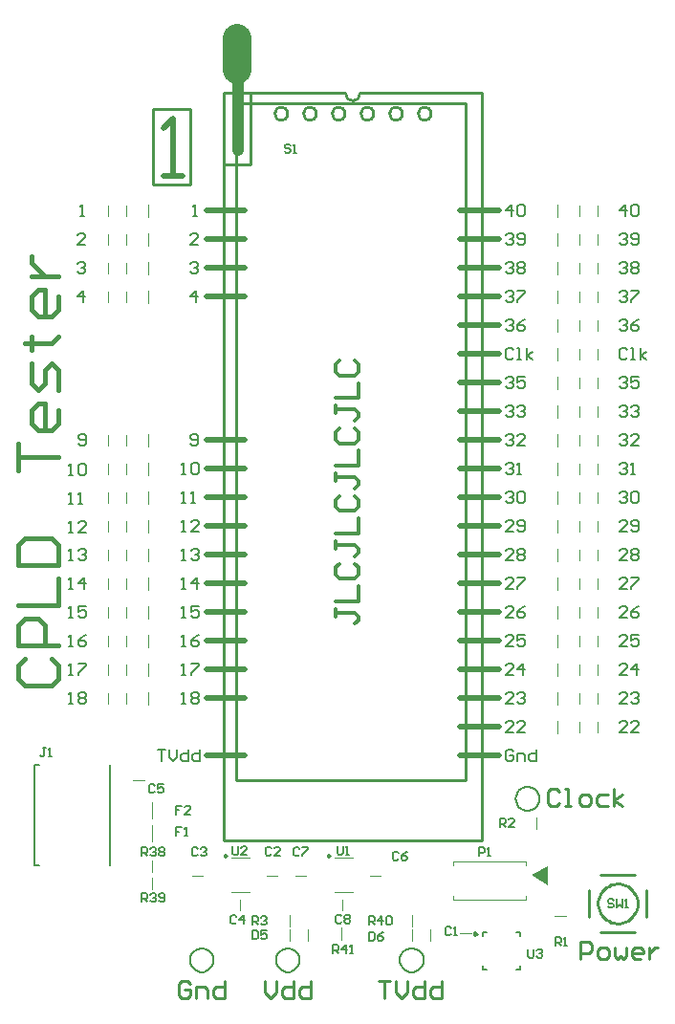
<source format=gto>
G04*
G04 #@! TF.GenerationSoftware,Altium Limited,Altium Designer,19.1.8 (144)*
G04*
G04 Layer_Color=65535*
%FSLAX25Y25*%
%MOIN*%
G70*
G01*
G75*
%ADD10C,0.01000*%
%ADD11C,0.00984*%
%ADD12C,0.00800*%
%ADD13C,0.03937*%
%ADD14C,0.10000*%
%ADD15C,0.00394*%
%ADD16C,0.00787*%
%ADD17C,0.02000*%
%ADD18C,0.00787*%
%ADD19C,0.00500*%
%ADD20C,0.01181*%
%ADD21C,0.01500*%
G36*
X358128Y213437D02*
Y206937D01*
X352628Y210437D01*
X358128Y213437D01*
D02*
G37*
D10*
X287500Y483000D02*
X287690Y482043D01*
X288232Y481232D01*
X289043Y480690D01*
X290000Y480500D01*
X290957Y480690D01*
X291768Y481232D01*
X292310Y482043D01*
X292500Y483000D01*
X389390Y200500D02*
X389316Y201503D01*
X389098Y202485D01*
X388738Y203424D01*
X388246Y204302D01*
X387631Y205098D01*
X386907Y205796D01*
X386089Y206381D01*
X385195Y206841D01*
X384243Y207166D01*
X383254Y207348D01*
X382248Y207385D01*
X381249Y207275D01*
X380275Y207021D01*
X379350Y206627D01*
X378491Y206103D01*
X377718Y205460D01*
X377047Y204711D01*
X376492Y203872D01*
X376065Y202961D01*
X375775Y201998D01*
X375629Y201003D01*
Y199997D01*
X375775Y199002D01*
X376065Y198039D01*
X376492Y197128D01*
X377047Y196289D01*
X377718Y195540D01*
X378491Y194897D01*
X379350Y194373D01*
X380275Y193979D01*
X381249Y193725D01*
X382248Y193615D01*
X383254Y193652D01*
X384243Y193834D01*
X385195Y194159D01*
X386089Y194619D01*
X386907Y195204D01*
X387631Y195902D01*
X388246Y196698D01*
X388738Y197576D01*
X389098Y198515D01*
X389316Y199497D01*
X389390Y200500D01*
X267236Y476000D02*
X267015Y476970D01*
X266394Y477748D01*
X265498Y478180D01*
X264502D01*
X263606Y477748D01*
X262985Y476970D01*
X262764Y476000D01*
X262985Y475030D01*
X263606Y474252D01*
X264502Y473820D01*
X265498D01*
X266394Y474252D01*
X267015Y475030D01*
X267236Y476000D01*
X277236D02*
X277015Y476970D01*
X276394Y477748D01*
X275498Y478180D01*
X274502D01*
X273606Y477748D01*
X272985Y476970D01*
X272764Y476000D01*
X272985Y475030D01*
X273606Y474252D01*
X274502Y473820D01*
X275498D01*
X276394Y474252D01*
X277015Y475030D01*
X277236Y476000D01*
X287236D02*
X287015Y476970D01*
X286394Y477748D01*
X285498Y478180D01*
X284502D01*
X283606Y477748D01*
X282985Y476970D01*
X282764Y476000D01*
X282985Y475030D01*
X283606Y474252D01*
X284502Y473820D01*
X285498D01*
X286394Y474252D01*
X287015Y475030D01*
X287236Y476000D01*
X297236D02*
X297015Y476970D01*
X296394Y477748D01*
X295498Y478180D01*
X294502D01*
X293606Y477748D01*
X292985Y476970D01*
X292764Y476000D01*
X292985Y475030D01*
X293606Y474252D01*
X294502Y473820D01*
X295498D01*
X296394Y474252D01*
X297015Y475030D01*
X297236Y476000D01*
X307236D02*
X307015Y476970D01*
X306394Y477748D01*
X305498Y478180D01*
X304502D01*
X303606Y477748D01*
X302985Y476970D01*
X302764Y476000D01*
X302985Y475030D01*
X303606Y474252D01*
X304502Y473820D01*
X305498D01*
X306394Y474252D01*
X307015Y475030D01*
X307236Y476000D01*
X317236D02*
X317015Y476970D01*
X316394Y477748D01*
X315498Y478180D01*
X314502D01*
X313606Y477748D01*
X312985Y476970D01*
X312764Y476000D01*
X312985Y475030D01*
X313606Y474252D01*
X314502Y473820D01*
X315498D01*
X316394Y474252D01*
X317015Y475030D01*
X317236Y476000D01*
X245000Y222600D02*
X335000D01*
Y483000D01*
X292500D02*
X335000D01*
X245000D02*
X287500D01*
X245000Y222600D02*
Y483000D01*
Y458000D02*
X254500D01*
Y483000D01*
X376594Y190461D02*
X388405D01*
X392539Y195776D02*
Y205224D01*
X372461Y195776D02*
Y205224D01*
X376594Y210539D02*
X388405D01*
X220500Y477500D02*
X233500D01*
X220500Y451000D02*
X220500Y477500D01*
X220500Y451000D02*
X233500D01*
X233500Y477500D02*
X233500Y451000D01*
X249500Y243500D02*
Y479500D01*
X329500D01*
Y243500D02*
Y479500D01*
X249500Y243500D02*
X329500D01*
X369500Y181000D02*
Y186998D01*
X372499D01*
X373499Y185998D01*
Y183999D01*
X372499Y182999D01*
X369500D01*
X376498Y181000D02*
X378497D01*
X379497Y182000D01*
Y183999D01*
X378497Y184999D01*
X376498D01*
X375498Y183999D01*
Y182000D01*
X376498Y181000D01*
X381496Y184999D02*
Y182000D01*
X382496Y181000D01*
X383495Y182000D01*
X384495Y181000D01*
X385495Y182000D01*
Y184999D01*
X390493Y181000D02*
X388494D01*
X387494Y182000D01*
Y183999D01*
X388494Y184999D01*
X390493D01*
X391493Y183999D01*
Y182999D01*
X387494D01*
X393492Y184999D02*
Y181000D01*
Y182999D01*
X394492Y183999D01*
X395492Y184999D01*
X396491D01*
X299000Y173498D02*
X302999D01*
X300999D01*
Y167500D01*
X304998Y173498D02*
Y169499D01*
X306997Y167500D01*
X308997Y169499D01*
Y173498D01*
X314995D02*
Y167500D01*
X311996D01*
X310996Y168500D01*
Y170499D01*
X311996Y171499D01*
X314995D01*
X320993Y173498D02*
Y167500D01*
X317994D01*
X316994Y168500D01*
Y170499D01*
X317994Y171499D01*
X320993D01*
X259500Y173498D02*
Y169499D01*
X261499Y167500D01*
X263499Y169499D01*
Y173498D01*
X269497D02*
Y167500D01*
X266498D01*
X265498Y168500D01*
Y170499D01*
X266498Y171499D01*
X269497D01*
X275495Y173498D02*
Y167500D01*
X272496D01*
X271496Y168500D01*
Y170499D01*
X272496Y171499D01*
X275495D01*
X361999Y239498D02*
X360999Y240498D01*
X359000D01*
X358000Y239498D01*
Y235500D01*
X359000Y234500D01*
X360999D01*
X361999Y235500D01*
X363998Y234500D02*
X365997D01*
X364998D01*
Y240498D01*
X363998D01*
X369996Y234500D02*
X371995D01*
X372995Y235500D01*
Y237499D01*
X371995Y238499D01*
X369996D01*
X368996Y237499D01*
Y235500D01*
X369996Y234500D01*
X378993Y238499D02*
X375994D01*
X374994Y237499D01*
Y235500D01*
X375994Y234500D01*
X378993D01*
X380993D02*
Y240498D01*
Y236499D02*
X383992Y238499D01*
X380993Y236499D02*
X383992Y234500D01*
X233499Y172498D02*
X232499Y173498D01*
X230500D01*
X229500Y172498D01*
Y168500D01*
X230500Y167500D01*
X232499D01*
X233499Y168500D01*
Y170499D01*
X231499D01*
X235498Y167500D02*
Y171499D01*
X238497D01*
X239497Y170499D01*
Y167500D01*
X245495Y173498D02*
Y167500D01*
X242496D01*
X241496Y168500D01*
Y170499D01*
X242496Y171499D01*
X245495D01*
D11*
X333315Y189906D02*
X332577Y190332D01*
Y189479D01*
X333315Y189906D01*
X282292Y217100D02*
X281554Y217526D01*
Y216674D01*
X282292Y217100D01*
X246292D02*
X245554Y217526D01*
Y216674D01*
X246292Y217100D01*
D12*
X271634Y180762D02*
X271514Y181752D01*
X271160Y182683D01*
X270594Y183503D01*
X269848Y184164D01*
X268966Y184627D01*
X267998Y184866D01*
X267002D01*
X266034Y184627D01*
X265152Y184164D01*
X264406Y183503D01*
X263840Y182683D01*
X263486Y181752D01*
X263366Y180762D01*
X263486Y179773D01*
X263840Y178841D01*
X264406Y178021D01*
X265152Y177360D01*
X266034Y176897D01*
X267002Y176658D01*
X267998D01*
X268966Y176897D01*
X269848Y177360D01*
X270594Y178021D01*
X271160Y178841D01*
X271514Y179773D01*
X271634Y180762D01*
X241634D02*
X241514Y181752D01*
X241160Y182683D01*
X240594Y183503D01*
X239848Y184164D01*
X238966Y184627D01*
X237998Y184866D01*
X237002D01*
X236034Y184627D01*
X235152Y184164D01*
X234406Y183503D01*
X233840Y182683D01*
X233486Y181752D01*
X233366Y180762D01*
X233486Y179773D01*
X233840Y178841D01*
X234406Y178021D01*
X235152Y177360D01*
X236034Y176897D01*
X237002Y176658D01*
X237998D01*
X238966Y176897D01*
X239848Y177360D01*
X240594Y178021D01*
X241160Y178841D01*
X241514Y179773D01*
X241634Y180762D01*
X355134Y237000D02*
X355014Y237989D01*
X354660Y238921D01*
X354094Y239741D01*
X353348Y240402D01*
X352466Y240865D01*
X351498Y241104D01*
X350502D01*
X349534Y240865D01*
X348652Y240402D01*
X347906Y239741D01*
X347340Y238921D01*
X346986Y237989D01*
X346866Y237000D01*
X346986Y236011D01*
X347340Y235079D01*
X347906Y234259D01*
X348652Y233598D01*
X349534Y233135D01*
X350502Y232896D01*
X351498D01*
X352466Y233135D01*
X353348Y233598D01*
X354094Y234259D01*
X354660Y235079D01*
X355014Y236011D01*
X355134Y237000D01*
X314787Y180762D02*
X314667Y181752D01*
X314314Y182683D01*
X313748Y183503D01*
X313002Y184164D01*
X312119Y184627D01*
X311152Y184866D01*
X310155D01*
X309188Y184627D01*
X308305Y184164D01*
X307559Y183503D01*
X306993Y182683D01*
X306640Y181752D01*
X306520Y180762D01*
X306640Y179773D01*
X306993Y178841D01*
X307559Y178021D01*
X308305Y177360D01*
X309188Y176897D01*
X310155Y176658D01*
X311152D01*
X312119Y176897D01*
X313002Y177360D01*
X313748Y178021D01*
X314314Y178841D01*
X314667Y179773D01*
X314787Y180762D01*
X191000Y270000D02*
X192333D01*
X191666D01*
Y273999D01*
X191000Y273332D01*
X194332D02*
X194999Y273999D01*
X196332D01*
X196998Y273332D01*
Y272666D01*
X196332Y271999D01*
X196998Y271333D01*
Y270666D01*
X196332Y270000D01*
X194999D01*
X194332Y270666D01*
Y271333D01*
X194999Y271999D01*
X194332Y272666D01*
Y273332D01*
X194999Y271999D02*
X196332D01*
X191000Y280000D02*
X192333D01*
X191666D01*
Y283999D01*
X191000Y283332D01*
X194332Y283999D02*
X196998D01*
Y283332D01*
X194332Y280666D01*
Y280000D01*
X191000Y290000D02*
X192333D01*
X191666D01*
Y293999D01*
X191000Y293332D01*
X196998Y293999D02*
X195665Y293332D01*
X194332Y291999D01*
Y290666D01*
X194999Y290000D01*
X196332D01*
X196998Y290666D01*
Y291333D01*
X196332Y291999D01*
X194332D01*
X191000Y300000D02*
X192333D01*
X191666D01*
Y303999D01*
X191000Y303332D01*
X196998Y303999D02*
X194332D01*
Y301999D01*
X195665Y302666D01*
X196332D01*
X196998Y301999D01*
Y300666D01*
X196332Y300000D01*
X194999D01*
X194332Y300666D01*
X191000Y310000D02*
X192333D01*
X191666D01*
Y313999D01*
X191000Y313332D01*
X196332Y310000D02*
Y313999D01*
X194332Y311999D01*
X196998D01*
X191000Y320000D02*
X192333D01*
X191666D01*
Y323999D01*
X191000Y323332D01*
X194332D02*
X194999Y323999D01*
X196332D01*
X196998Y323332D01*
Y322666D01*
X196332Y321999D01*
X195665D01*
X196332D01*
X196998Y321333D01*
Y320666D01*
X196332Y320000D01*
X194999D01*
X194332Y320666D01*
X191000Y329866D02*
X192333D01*
X191666D01*
Y333865D01*
X191000Y333199D01*
X196998Y329866D02*
X194332D01*
X196998Y332532D01*
Y333199D01*
X196332Y333865D01*
X194999D01*
X194332Y333199D01*
X191000Y339924D02*
X192333D01*
X191666D01*
Y343923D01*
X191000Y343256D01*
X194332Y339924D02*
X195665D01*
X194999D01*
Y343923D01*
X194332Y343256D01*
X191000Y349981D02*
X192333D01*
X191666D01*
Y353980D01*
X191000Y353314D01*
X194332D02*
X194999Y353980D01*
X196332D01*
X196998Y353314D01*
Y350648D01*
X196332Y349981D01*
X194999D01*
X194332Y350648D01*
Y353314D01*
X194500Y360666D02*
X195167Y360000D01*
X196499D01*
X197166Y360666D01*
Y363332D01*
X196499Y363999D01*
X195167D01*
X194500Y363332D01*
Y362666D01*
X195167Y361999D01*
X197166D01*
X195999Y410000D02*
Y413999D01*
X194000Y411999D01*
X196666D01*
X194000Y423332D02*
X194667Y423999D01*
X195999D01*
X196666Y423332D01*
Y422666D01*
X195999Y421999D01*
X195333D01*
X195999D01*
X196666Y421333D01*
Y420666D01*
X195999Y420000D01*
X194667D01*
X194000Y420666D01*
X196666Y430000D02*
X194000D01*
X196666Y432666D01*
Y433332D01*
X195999Y433999D01*
X194667D01*
X194000Y433332D01*
X195000Y440000D02*
X196333D01*
X195667D01*
Y443999D01*
X195000Y443332D01*
X383000Y433332D02*
X383666Y433999D01*
X384999D01*
X385666Y433332D01*
Y432666D01*
X384999Y431999D01*
X384333D01*
X384999D01*
X385666Y431333D01*
Y430666D01*
X384999Y430000D01*
X383666D01*
X383000Y430666D01*
X386999D02*
X387665Y430000D01*
X388998D01*
X389665Y430666D01*
Y433332D01*
X388998Y433999D01*
X387665D01*
X386999Y433332D01*
Y432666D01*
X387665Y431999D01*
X389665D01*
X384999Y440000D02*
Y443999D01*
X383000Y441999D01*
X385666D01*
X386999Y443332D02*
X387665Y443999D01*
X388998D01*
X389665Y443332D01*
Y440666D01*
X388998Y440000D01*
X387665D01*
X386999Y440666D01*
Y443332D01*
X383000Y423332D02*
X383666Y423999D01*
X384999D01*
X385666Y423332D01*
Y422666D01*
X384999Y421999D01*
X384333D01*
X384999D01*
X385666Y421333D01*
Y420666D01*
X384999Y420000D01*
X383666D01*
X383000Y420666D01*
X386999Y423332D02*
X387665Y423999D01*
X388998D01*
X389665Y423332D01*
Y422666D01*
X388998Y421999D01*
X389665Y421333D01*
Y420666D01*
X388998Y420000D01*
X387665D01*
X386999Y420666D01*
Y421333D01*
X387665Y421999D01*
X386999Y422666D01*
Y423332D01*
X387665Y421999D02*
X388998D01*
X383000Y413332D02*
X383666Y413999D01*
X384999D01*
X385666Y413332D01*
Y412666D01*
X384999Y411999D01*
X384333D01*
X384999D01*
X385666Y411333D01*
Y410666D01*
X384999Y410000D01*
X383666D01*
X383000Y410666D01*
X386999Y413999D02*
X389665D01*
Y413332D01*
X386999Y410666D01*
Y410000D01*
X383000Y403332D02*
X383666Y403999D01*
X384999D01*
X385666Y403332D01*
Y402666D01*
X384999Y401999D01*
X384333D01*
X384999D01*
X385666Y401333D01*
Y400666D01*
X384999Y400000D01*
X383666D01*
X383000Y400666D01*
X389665Y403999D02*
X388332Y403332D01*
X386999Y401999D01*
Y400666D01*
X387665Y400000D01*
X388998D01*
X389665Y400666D01*
Y401333D01*
X388998Y401999D01*
X386999D01*
X383000Y383332D02*
X383666Y383999D01*
X384999D01*
X385666Y383332D01*
Y382666D01*
X384999Y381999D01*
X384333D01*
X384999D01*
X385666Y381333D01*
Y380666D01*
X384999Y380000D01*
X383666D01*
X383000Y380666D01*
X389665Y383999D02*
X386999D01*
Y381999D01*
X388332Y382666D01*
X388998D01*
X389665Y381999D01*
Y380666D01*
X388998Y380000D01*
X387665D01*
X386999Y380666D01*
X383000Y373332D02*
X383666Y373999D01*
X384999D01*
X385666Y373332D01*
Y372666D01*
X384999Y371999D01*
X384333D01*
X384999D01*
X385666Y371333D01*
Y370666D01*
X384999Y370000D01*
X383666D01*
X383000Y370666D01*
X386999Y373332D02*
X387665Y373999D01*
X388998D01*
X389665Y373332D01*
Y372666D01*
X388998Y371999D01*
X388332D01*
X388998D01*
X389665Y371333D01*
Y370666D01*
X388998Y370000D01*
X387665D01*
X386999Y370666D01*
X383000Y363332D02*
X383666Y363999D01*
X384999D01*
X385666Y363332D01*
Y362666D01*
X384999Y361999D01*
X384333D01*
X384999D01*
X385666Y361333D01*
Y360666D01*
X384999Y360000D01*
X383666D01*
X383000Y360666D01*
X389665Y360000D02*
X386999D01*
X389665Y362666D01*
Y363332D01*
X388998Y363999D01*
X387665D01*
X386999Y363332D01*
X383000Y353332D02*
X383666Y353999D01*
X384999D01*
X385666Y353332D01*
Y352666D01*
X384999Y351999D01*
X384333D01*
X384999D01*
X385666Y351333D01*
Y350666D01*
X384999Y350000D01*
X383666D01*
X383000Y350666D01*
X386999Y350000D02*
X388332D01*
X387665D01*
Y353999D01*
X386999Y353332D01*
X383000Y343332D02*
X383666Y343999D01*
X384999D01*
X385666Y343332D01*
Y342666D01*
X384999Y341999D01*
X384333D01*
X384999D01*
X385666Y341333D01*
Y340666D01*
X384999Y340000D01*
X383666D01*
X383000Y340666D01*
X386999Y343332D02*
X387665Y343999D01*
X388998D01*
X389665Y343332D01*
Y340666D01*
X388998Y340000D01*
X387665D01*
X386999Y340666D01*
Y343332D01*
X385666Y330000D02*
X383000D01*
X385666Y332666D01*
Y333332D01*
X384999Y333999D01*
X383666D01*
X383000Y333332D01*
X386999Y330666D02*
X387665Y330000D01*
X388998D01*
X389665Y330666D01*
Y333332D01*
X388998Y333999D01*
X387665D01*
X386999Y333332D01*
Y332666D01*
X387665Y331999D01*
X389665D01*
X385666Y320000D02*
X383000D01*
X385666Y322666D01*
Y323332D01*
X384999Y323999D01*
X383666D01*
X383000Y323332D01*
X386999D02*
X387665Y323999D01*
X388998D01*
X389665Y323332D01*
Y322666D01*
X388998Y321999D01*
X389665Y321333D01*
Y320666D01*
X388998Y320000D01*
X387665D01*
X386999Y320666D01*
Y321333D01*
X387665Y321999D01*
X386999Y322666D01*
Y323332D01*
X387665Y321999D02*
X388998D01*
X385666Y310000D02*
X383000D01*
X385666Y312666D01*
Y313332D01*
X384999Y313999D01*
X383666D01*
X383000Y313332D01*
X386999Y313999D02*
X389665D01*
Y313332D01*
X386999Y310666D01*
Y310000D01*
X385666Y300000D02*
X383000D01*
X385666Y302666D01*
Y303332D01*
X384999Y303999D01*
X383666D01*
X383000Y303332D01*
X389665Y303999D02*
X388332Y303332D01*
X386999Y301999D01*
Y300666D01*
X387665Y300000D01*
X388998D01*
X389665Y300666D01*
Y301333D01*
X388998Y301999D01*
X386999D01*
X385666Y290000D02*
X383000D01*
X385666Y292666D01*
Y293332D01*
X384999Y293999D01*
X383666D01*
X383000Y293332D01*
X389665Y293999D02*
X386999D01*
Y291999D01*
X388332Y292666D01*
X388998D01*
X389665Y291999D01*
Y290666D01*
X388998Y290000D01*
X387665D01*
X386999Y290666D01*
X385666Y280000D02*
X383000D01*
X385666Y282666D01*
Y283332D01*
X384999Y283999D01*
X383666D01*
X383000Y283332D01*
X388998Y280000D02*
Y283999D01*
X386999Y281999D01*
X389665D01*
X385666Y270000D02*
X383000D01*
X385666Y272666D01*
Y273332D01*
X384999Y273999D01*
X383666D01*
X383000Y273332D01*
X386999D02*
X387665Y273999D01*
X388998D01*
X389665Y273332D01*
Y272666D01*
X388998Y271999D01*
X388332D01*
X388998D01*
X389665Y271333D01*
Y270666D01*
X388998Y270000D01*
X387665D01*
X386999Y270666D01*
X385666Y260000D02*
X383000D01*
X385666Y262666D01*
Y263332D01*
X384999Y263999D01*
X383666D01*
X383000Y263332D01*
X389665Y260000D02*
X386999D01*
X389665Y262666D01*
Y263332D01*
X388998Y263999D01*
X387665D01*
X386999Y263332D01*
X385666Y393332D02*
X384999Y393999D01*
X383666D01*
X383000Y393332D01*
Y390666D01*
X383666Y390000D01*
X384999D01*
X385666Y390666D01*
X386999Y390000D02*
X388332D01*
X387665D01*
Y393999D01*
X386999D01*
X390331Y390000D02*
Y393999D01*
Y391333D02*
X392330Y392666D01*
X390331Y391333D02*
X392330Y390000D01*
X346166Y393332D02*
X345499Y393999D01*
X344166D01*
X343500Y393332D01*
Y390666D01*
X344166Y390000D01*
X345499D01*
X346166Y390666D01*
X347499Y390000D02*
X348832D01*
X348165D01*
Y393999D01*
X347499D01*
X350831Y390000D02*
Y393999D01*
Y391333D02*
X352830Y392666D01*
X350831Y391333D02*
X352830Y390000D01*
X222000Y253999D02*
X224666D01*
X223333D01*
Y250000D01*
X225999Y253999D02*
Y251333D01*
X227332Y250000D01*
X228664Y251333D01*
Y253999D01*
X232663D02*
Y250000D01*
X230664D01*
X229997Y250666D01*
Y251999D01*
X230664Y252666D01*
X232663D01*
X236662Y253999D02*
Y250000D01*
X234663D01*
X233996Y250666D01*
Y251999D01*
X234663Y252666D01*
X236662D01*
X346166Y253332D02*
X345499Y253999D01*
X344166D01*
X343500Y253332D01*
Y250666D01*
X344166Y250000D01*
X345499D01*
X346166Y250666D01*
Y251999D01*
X344833D01*
X347499Y250000D02*
Y252666D01*
X349498D01*
X350165Y251999D01*
Y250000D01*
X354163Y253999D02*
Y250000D01*
X352164D01*
X351497Y250666D01*
Y251999D01*
X352164Y252666D01*
X354163D01*
X234500Y440000D02*
X235833D01*
X235166D01*
Y443999D01*
X234500Y443332D01*
X236166Y430000D02*
X233500D01*
X236166Y432666D01*
Y433332D01*
X235499Y433999D01*
X234166D01*
X233500Y433332D01*
Y423332D02*
X234166Y423999D01*
X235499D01*
X236166Y423332D01*
Y422666D01*
X235499Y421999D01*
X234833D01*
X235499D01*
X236166Y421333D01*
Y420666D01*
X235499Y420000D01*
X234166D01*
X233500Y420666D01*
X235499Y410000D02*
Y413999D01*
X233500Y411999D01*
X236166D01*
X233500Y360666D02*
X234166Y360000D01*
X235499D01*
X236166Y360666D01*
Y363332D01*
X235499Y363999D01*
X234166D01*
X233500Y363332D01*
Y362666D01*
X234166Y361999D01*
X236166D01*
X230500Y350000D02*
X231833D01*
X231166D01*
Y353999D01*
X230500Y353332D01*
X233832D02*
X234499Y353999D01*
X235832D01*
X236498Y353332D01*
Y350666D01*
X235832Y350000D01*
X234499D01*
X233832Y350666D01*
Y353332D01*
X230500Y340000D02*
X231833D01*
X231166D01*
Y343999D01*
X230500Y343332D01*
X233832Y340000D02*
X235165D01*
X234499D01*
Y343999D01*
X233832Y343332D01*
X230500Y330000D02*
X231833D01*
X231166D01*
Y333999D01*
X230500Y333332D01*
X236498Y330000D02*
X233832D01*
X236498Y332666D01*
Y333332D01*
X235832Y333999D01*
X234499D01*
X233832Y333332D01*
X230500Y320000D02*
X231833D01*
X231166D01*
Y323999D01*
X230500Y323332D01*
X233832D02*
X234499Y323999D01*
X235832D01*
X236498Y323332D01*
Y322666D01*
X235832Y321999D01*
X235165D01*
X235832D01*
X236498Y321333D01*
Y320666D01*
X235832Y320000D01*
X234499D01*
X233832Y320666D01*
X230500Y310000D02*
X231833D01*
X231166D01*
Y313999D01*
X230500Y313332D01*
X235832Y310000D02*
Y313999D01*
X233832Y311999D01*
X236498D01*
X230500Y300000D02*
X231833D01*
X231166D01*
Y303999D01*
X230500Y303332D01*
X236498Y303999D02*
X233832D01*
Y301999D01*
X235165Y302666D01*
X235832D01*
X236498Y301999D01*
Y300666D01*
X235832Y300000D01*
X234499D01*
X233832Y300666D01*
X230500Y290000D02*
X231833D01*
X231166D01*
Y293999D01*
X230500Y293332D01*
X236498Y293999D02*
X235165Y293332D01*
X233832Y291999D01*
Y290666D01*
X234499Y290000D01*
X235832D01*
X236498Y290666D01*
Y291333D01*
X235832Y291999D01*
X233832D01*
X230500Y280000D02*
X231833D01*
X231166D01*
Y283999D01*
X230500Y283332D01*
X233832Y283999D02*
X236498D01*
Y283332D01*
X233832Y280666D01*
Y280000D01*
X230500Y270021D02*
X231833D01*
X231166D01*
Y274020D01*
X230500Y273353D01*
X233832D02*
X234499Y274020D01*
X235832D01*
X236498Y273353D01*
Y272687D01*
X235832Y272020D01*
X236498Y271354D01*
Y270687D01*
X235832Y270021D01*
X234499D01*
X233832Y270687D01*
Y271354D01*
X234499Y272020D01*
X233832Y272687D01*
Y273353D01*
X234499Y272020D02*
X235832D01*
X346166Y260000D02*
X343500D01*
X346166Y262666D01*
Y263332D01*
X345499Y263999D01*
X344166D01*
X343500Y263332D01*
X350165Y260000D02*
X347499D01*
X350165Y262666D01*
Y263332D01*
X349498Y263999D01*
X348165D01*
X347499Y263332D01*
X346166Y270000D02*
X343500D01*
X346166Y272666D01*
Y273332D01*
X345499Y273999D01*
X344166D01*
X343500Y273332D01*
X347499D02*
X348165Y273999D01*
X349498D01*
X350165Y273332D01*
Y272666D01*
X349498Y271999D01*
X348832D01*
X349498D01*
X350165Y271333D01*
Y270666D01*
X349498Y270000D01*
X348165D01*
X347499Y270666D01*
X346166Y280000D02*
X343500D01*
X346166Y282666D01*
Y283332D01*
X345499Y283999D01*
X344166D01*
X343500Y283332D01*
X349498Y280000D02*
Y283999D01*
X347499Y281999D01*
X350165D01*
X346166Y290000D02*
X343500D01*
X346166Y292666D01*
Y293332D01*
X345499Y293999D01*
X344166D01*
X343500Y293332D01*
X350165Y293999D02*
X347499D01*
Y291999D01*
X348832Y292666D01*
X349498D01*
X350165Y291999D01*
Y290666D01*
X349498Y290000D01*
X348165D01*
X347499Y290666D01*
X346166Y300000D02*
X343500D01*
X346166Y302666D01*
Y303332D01*
X345499Y303999D01*
X344166D01*
X343500Y303332D01*
X350165Y303999D02*
X348832Y303332D01*
X347499Y301999D01*
Y300666D01*
X348165Y300000D01*
X349498D01*
X350165Y300666D01*
Y301333D01*
X349498Y301999D01*
X347499D01*
X346166Y310000D02*
X343500D01*
X346166Y312666D01*
Y313332D01*
X345499Y313999D01*
X344166D01*
X343500Y313332D01*
X347499Y313999D02*
X350165D01*
Y313332D01*
X347499Y310666D01*
Y310000D01*
X346166Y320000D02*
X343500D01*
X346166Y322666D01*
Y323332D01*
X345499Y323999D01*
X344166D01*
X343500Y323332D01*
X347499D02*
X348165Y323999D01*
X349498D01*
X350165Y323332D01*
Y322666D01*
X349498Y321999D01*
X350165Y321333D01*
Y320666D01*
X349498Y320000D01*
X348165D01*
X347499Y320666D01*
Y321333D01*
X348165Y321999D01*
X347499Y322666D01*
Y323332D01*
X348165Y321999D02*
X349498D01*
X346166Y330000D02*
X343500D01*
X346166Y332666D01*
Y333332D01*
X345499Y333999D01*
X344166D01*
X343500Y333332D01*
X347499Y330666D02*
X348165Y330000D01*
X349498D01*
X350165Y330666D01*
Y333332D01*
X349498Y333999D01*
X348165D01*
X347499Y333332D01*
Y332666D01*
X348165Y331999D01*
X350165D01*
X343500Y343332D02*
X344166Y343999D01*
X345499D01*
X346166Y343332D01*
Y342666D01*
X345499Y341999D01*
X344833D01*
X345499D01*
X346166Y341333D01*
Y340666D01*
X345499Y340000D01*
X344166D01*
X343500Y340666D01*
X347499Y343332D02*
X348165Y343999D01*
X349498D01*
X350165Y343332D01*
Y340666D01*
X349498Y340000D01*
X348165D01*
X347499Y340666D01*
Y343332D01*
X343500Y353332D02*
X344166Y353999D01*
X345499D01*
X346166Y353332D01*
Y352666D01*
X345499Y351999D01*
X344833D01*
X345499D01*
X346166Y351333D01*
Y350666D01*
X345499Y350000D01*
X344166D01*
X343500Y350666D01*
X347499Y350000D02*
X348832D01*
X348165D01*
Y353999D01*
X347499Y353332D01*
X343500Y363332D02*
X344166Y363999D01*
X345499D01*
X346166Y363332D01*
Y362666D01*
X345499Y361999D01*
X344833D01*
X345499D01*
X346166Y361333D01*
Y360666D01*
X345499Y360000D01*
X344166D01*
X343500Y360666D01*
X350165Y360000D02*
X347499D01*
X350165Y362666D01*
Y363332D01*
X349498Y363999D01*
X348165D01*
X347499Y363332D01*
X343500Y373332D02*
X344166Y373999D01*
X345499D01*
X346166Y373332D01*
Y372666D01*
X345499Y371999D01*
X344833D01*
X345499D01*
X346166Y371333D01*
Y370666D01*
X345499Y370000D01*
X344166D01*
X343500Y370666D01*
X347499Y373332D02*
X348165Y373999D01*
X349498D01*
X350165Y373332D01*
Y372666D01*
X349498Y371999D01*
X348832D01*
X349498D01*
X350165Y371333D01*
Y370666D01*
X349498Y370000D01*
X348165D01*
X347499Y370666D01*
X343500Y383332D02*
X344166Y383999D01*
X345499D01*
X346166Y383332D01*
Y382666D01*
X345499Y381999D01*
X344833D01*
X345499D01*
X346166Y381333D01*
Y380666D01*
X345499Y380000D01*
X344166D01*
X343500Y380666D01*
X350165Y383999D02*
X347499D01*
Y381999D01*
X348832Y382666D01*
X349498D01*
X350165Y381999D01*
Y380666D01*
X349498Y380000D01*
X348165D01*
X347499Y380666D01*
X343500Y403332D02*
X344166Y403999D01*
X345499D01*
X346166Y403332D01*
Y402666D01*
X345499Y401999D01*
X344833D01*
X345499D01*
X346166Y401333D01*
Y400666D01*
X345499Y400000D01*
X344166D01*
X343500Y400666D01*
X350165Y403999D02*
X348832Y403332D01*
X347499Y401999D01*
Y400666D01*
X348165Y400000D01*
X349498D01*
X350165Y400666D01*
Y401333D01*
X349498Y401999D01*
X347499D01*
X343500Y413332D02*
X344166Y413999D01*
X345499D01*
X346166Y413332D01*
Y412666D01*
X345499Y411999D01*
X344833D01*
X345499D01*
X346166Y411333D01*
Y410666D01*
X345499Y410000D01*
X344166D01*
X343500Y410666D01*
X347499Y413999D02*
X350165D01*
Y413332D01*
X347499Y410666D01*
Y410000D01*
X343500Y423332D02*
X344166Y423999D01*
X345499D01*
X346166Y423332D01*
Y422666D01*
X345499Y421999D01*
X344833D01*
X345499D01*
X346166Y421333D01*
Y420666D01*
X345499Y420000D01*
X344166D01*
X343500Y420666D01*
X347499Y423332D02*
X348165Y423999D01*
X349498D01*
X350165Y423332D01*
Y422666D01*
X349498Y421999D01*
X350165Y421333D01*
Y420666D01*
X349498Y420000D01*
X348165D01*
X347499Y420666D01*
Y421333D01*
X348165Y421999D01*
X347499Y422666D01*
Y423332D01*
X348165Y421999D02*
X349498D01*
X345499Y440000D02*
Y443999D01*
X343500Y441999D01*
X346166D01*
X347499Y443332D02*
X348165Y443999D01*
X349498D01*
X350165Y443332D01*
Y440666D01*
X349498Y440000D01*
X348165D01*
X347499Y440666D01*
Y443332D01*
X343500Y433332D02*
X344166Y433999D01*
X345499D01*
X346166Y433332D01*
Y432666D01*
X345499Y431999D01*
X344833D01*
X345499D01*
X346166Y431333D01*
Y430666D01*
X345499Y430000D01*
X344166D01*
X343500Y430666D01*
X347499D02*
X348165Y430000D01*
X349498D01*
X350165Y430666D01*
Y433332D01*
X349498Y433999D01*
X348165D01*
X347499Y433332D01*
Y432666D01*
X348165Y431999D01*
X350165D01*
D13*
X250000Y463000D02*
Y494000D01*
D14*
X249700Y491200D02*
Y502200D01*
D15*
X220000Y230047D02*
Y235953D01*
X270031Y210000D02*
X273969D01*
X286000Y187933D02*
Y192067D01*
X327532Y190000D02*
X331469D01*
X296031Y210000D02*
X299969D01*
X234032D02*
X237968D01*
X260032D02*
X263968D01*
X350575Y201807D02*
Y203126D01*
X325142Y201807D02*
X350575D01*
X325142Y215193D02*
X350575D01*
Y213874D02*
Y215193D01*
X325182Y213874D02*
Y215193D01*
Y201807D02*
Y203126D01*
X286500Y198031D02*
Y201969D01*
X250654Y198031D02*
Y201969D01*
X354100Y226433D02*
Y230567D01*
X360433Y196000D02*
X364567D01*
X310653Y187531D02*
Y191469D01*
X317051Y187531D02*
Y191469D01*
X310653Y192433D02*
Y196567D01*
X213531Y243500D02*
X217469D01*
X220000Y205433D02*
Y209567D01*
Y211433D02*
Y215567D01*
X283850Y216406D02*
X290150D01*
X283850Y204594D02*
X290150D01*
X268000Y192433D02*
Y196567D01*
X268000Y187531D02*
Y191469D01*
X274398Y187531D02*
Y191469D01*
X247850Y216406D02*
X254150D01*
X247850Y204594D02*
X254150D01*
X220000Y222047D02*
Y227953D01*
X204654Y440031D02*
Y443968D01*
X211051Y440031D02*
Y443968D01*
X204654Y430031D02*
Y433968D01*
X211051Y430031D02*
Y433968D01*
X204654Y420031D02*
Y423969D01*
X211051Y420031D02*
Y423969D01*
X204654Y410032D02*
Y413969D01*
X211051Y410032D02*
Y413969D01*
X204654Y360032D02*
Y363968D01*
X211051Y360032D02*
Y363968D01*
X204654Y350031D02*
Y353969D01*
X211051Y350031D02*
Y353969D01*
X204654Y340032D02*
Y343969D01*
X211051Y340032D02*
Y343969D01*
X204654Y330031D02*
Y333968D01*
X211051Y330031D02*
Y333968D01*
X204654Y320031D02*
Y323969D01*
X211051Y320031D02*
Y323969D01*
X204654Y310032D02*
Y313968D01*
X211051Y310032D02*
Y313968D01*
X204654Y300031D02*
Y303969D01*
X211051Y300031D02*
Y303969D01*
X204654Y290032D02*
Y293969D01*
X211051Y290032D02*
Y293969D01*
X204654Y280031D02*
Y283968D01*
X211051Y280031D02*
Y283968D01*
X204654Y270031D02*
Y273969D01*
X211051Y270031D02*
Y273969D01*
X218653Y439933D02*
Y444067D01*
Y429933D02*
Y434067D01*
Y419933D02*
Y424067D01*
Y409933D02*
Y414067D01*
Y359933D02*
Y364067D01*
Y349933D02*
Y354067D01*
Y339933D02*
Y344067D01*
Y329933D02*
Y334067D01*
Y319933D02*
Y324067D01*
Y309933D02*
Y314067D01*
Y299933D02*
Y304067D01*
Y289933D02*
Y294067D01*
Y279933D02*
Y284067D01*
Y269933D02*
Y274067D01*
X361500Y439933D02*
Y444067D01*
Y429933D02*
Y434067D01*
Y419933D02*
Y424067D01*
Y409933D02*
Y414067D01*
Y399933D02*
Y404067D01*
Y389933D02*
Y394067D01*
Y379933D02*
Y384067D01*
Y369933D02*
Y374067D01*
Y359933D02*
Y364067D01*
Y349933D02*
Y354067D01*
Y339933D02*
Y344067D01*
Y329933D02*
Y334067D01*
Y319933D02*
Y324067D01*
Y309933D02*
Y314067D01*
Y299933D02*
Y304067D01*
Y289933D02*
Y294067D01*
Y279933D02*
Y284067D01*
Y269933D02*
Y274067D01*
Y259933D02*
Y264067D01*
X375500Y380031D02*
Y383968D01*
X369102Y380031D02*
Y383968D01*
X375500Y370031D02*
Y373969D01*
X369102Y370031D02*
Y373969D01*
X375500Y360032D02*
Y363968D01*
X369102Y360032D02*
Y363968D01*
X375500Y350031D02*
Y353969D01*
X369102Y350031D02*
Y353969D01*
X375500Y340032D02*
Y343969D01*
X369102Y340032D02*
Y343969D01*
X375500Y330031D02*
Y333968D01*
X369102Y330031D02*
Y333968D01*
X375500Y320031D02*
Y323969D01*
X369102Y320031D02*
Y323969D01*
X375500Y310032D02*
Y313968D01*
X369102Y310032D02*
Y313968D01*
X375500Y300031D02*
Y303969D01*
X369102Y300031D02*
Y303969D01*
X375500Y290032D02*
Y293969D01*
X369102Y290032D02*
Y293969D01*
X375500Y390032D02*
Y393969D01*
X369102Y390032D02*
Y393969D01*
X375500Y400032D02*
Y403968D01*
X369102Y400032D02*
Y403968D01*
X375500Y410032D02*
Y413969D01*
X369102Y410032D02*
Y413969D01*
X375500Y420031D02*
Y423969D01*
X369102Y420031D02*
Y423969D01*
X375500Y430031D02*
Y433968D01*
X369102Y430031D02*
Y433968D01*
X375500Y440031D02*
Y443968D01*
X369102Y440031D02*
Y443968D01*
X375500Y280031D02*
Y283968D01*
X369102Y280031D02*
Y283968D01*
X375500Y270031D02*
Y273969D01*
X369102Y270031D02*
Y273969D01*
X375500Y260032D02*
Y263968D01*
X369102Y260032D02*
Y263968D01*
D16*
X335382Y189118D02*
Y190496D01*
X336760D01*
X346996D02*
X348375D01*
Y189118D02*
Y190496D01*
Y177504D02*
Y178882D01*
X346996Y177504D02*
X348375D01*
X335382D02*
Y178882D01*
Y177504D02*
X336760D01*
D17*
X327500Y282000D02*
X341000D01*
X327500Y272000D02*
X341000D01*
X327500Y262000D02*
X341000D01*
X327500Y252000D02*
X341000D01*
X327500Y322000D02*
X341000D01*
X327500Y312000D02*
X341000D01*
X327500Y302000D02*
X341000D01*
X327500Y292000D02*
X341000D01*
X327500Y362000D02*
X341000D01*
X327500Y352000D02*
X341000D01*
X327500Y342000D02*
X341000D01*
X327500Y332000D02*
X341000D01*
X327500Y402000D02*
X341000D01*
X327500Y392000D02*
X341000D01*
X327500Y382000D02*
X341000D01*
X327500Y372000D02*
X341000D01*
X327500Y412000D02*
X341000D01*
X327500Y422000D02*
X341000D01*
X327500Y432000D02*
X341000D01*
X327500Y442000D02*
X341000D01*
X239000Y272000D02*
X252500D01*
X239000Y282000D02*
X252500D01*
X239000Y252000D02*
X252500D01*
X239000Y312000D02*
X252500D01*
X239000Y322000D02*
X252500D01*
X239000Y302000D02*
X252500D01*
X239000Y292000D02*
X252500D01*
X239000Y352000D02*
X252500D01*
X239000Y362000D02*
X252500D01*
X239000Y342000D02*
X252500D01*
X239000Y332000D02*
X252500D01*
X239000Y412000D02*
X252500D01*
X239000Y422000D02*
X252500D01*
X239000Y442000D02*
X252500D01*
X239000Y432000D02*
X252500D01*
X224000Y454000D02*
X230664D01*
X227332D01*
Y473993D01*
X224000Y470661D01*
D18*
X179299Y213709D02*
X180677D01*
X179299D02*
Y248945D01*
X180677D01*
X205519Y213709D02*
Y248945D01*
D19*
X268333Y464749D02*
X267833Y465249D01*
X266833D01*
X266333Y464749D01*
Y464249D01*
X266833Y463749D01*
X267833D01*
X268333Y463250D01*
Y462750D01*
X267833Y462250D01*
X266833D01*
X266333Y462750D01*
X269332Y462250D02*
X270332D01*
X269832D01*
Y465249D01*
X269332Y464749D01*
X380999Y201499D02*
X380500Y201999D01*
X379500D01*
X379000Y201499D01*
Y200999D01*
X379500Y200500D01*
X380500D01*
X380999Y200000D01*
Y199500D01*
X380500Y199000D01*
X379500D01*
X379000Y199500D01*
X381999Y201999D02*
Y199000D01*
X382999Y200000D01*
X383998Y199000D01*
Y201999D01*
X384998Y199000D02*
X385998D01*
X385498D01*
Y201999D01*
X384998Y201499D01*
X271499Y219599D02*
X271000Y220099D01*
X270000D01*
X269500Y219599D01*
Y217600D01*
X270000Y217100D01*
X271000D01*
X271499Y217600D01*
X272499Y220099D02*
X274498D01*
Y219599D01*
X272499Y217600D01*
Y217100D01*
X230499Y234499D02*
X228500D01*
Y232999D01*
X229500D01*
X228500D01*
Y231500D01*
X233498D02*
X231499D01*
X233498Y233499D01*
Y233999D01*
X232998Y234499D01*
X231999D01*
X231499Y233999D01*
X283300Y183100D02*
Y186099D01*
X284800D01*
X285299Y185599D01*
Y184599D01*
X284800Y184100D01*
X283300D01*
X284300D02*
X285299Y183100D01*
X287799D02*
Y186099D01*
X286299Y184599D01*
X288298D01*
X289298Y183100D02*
X290298D01*
X289798D01*
Y186099D01*
X289298Y185599D01*
X324399Y191899D02*
X323900Y192399D01*
X322900D01*
X322400Y191899D01*
Y189900D01*
X322900Y189400D01*
X323900D01*
X324399Y189900D01*
X325399Y189400D02*
X326399D01*
X325899D01*
Y192399D01*
X325399Y191899D01*
X351300Y184599D02*
Y182100D01*
X351800Y181600D01*
X352800D01*
X353299Y182100D01*
Y184599D01*
X354299Y184099D02*
X354799Y184599D01*
X355799D01*
X356298Y184099D01*
Y183599D01*
X355799Y183099D01*
X355299D01*
X355799D01*
X356298Y182600D01*
Y182100D01*
X355799Y181600D01*
X354799D01*
X354299Y182100D01*
X295654Y193000D02*
Y195999D01*
X297153D01*
X297653Y195499D01*
Y194500D01*
X297153Y194000D01*
X295654D01*
X296653D02*
X297653Y193000D01*
X300152D02*
Y195999D01*
X298653Y194500D01*
X300652D01*
X301652Y195499D02*
X302151Y195999D01*
X303151D01*
X303651Y195499D01*
Y193500D01*
X303151Y193000D01*
X302151D01*
X301652Y193500D01*
Y195499D01*
X295807Y190499D02*
Y187500D01*
X297307D01*
X297806Y188000D01*
Y189999D01*
X297307Y190499D01*
X295807D01*
X300805D02*
X299806Y189999D01*
X298806Y188999D01*
Y188000D01*
X299306Y187500D01*
X300306D01*
X300805Y188000D01*
Y188500D01*
X300306Y188999D01*
X298806D01*
X286199Y196099D02*
X285700Y196599D01*
X284700D01*
X284200Y196099D01*
Y194100D01*
X284700Y193600D01*
X285700D01*
X286199Y194100D01*
X287199Y196099D02*
X287699Y196599D01*
X288699D01*
X289198Y196099D01*
Y195599D01*
X288699Y195099D01*
X289198Y194600D01*
Y194100D01*
X288699Y193600D01*
X287699D01*
X287199Y194100D01*
Y194600D01*
X287699Y195099D01*
X287199Y195599D01*
Y196099D01*
X287699Y195099D02*
X288699D01*
X305999Y218137D02*
X305500Y218637D01*
X304500D01*
X304000Y218137D01*
Y216138D01*
X304500Y215638D01*
X305500D01*
X305999Y216138D01*
X308998Y218637D02*
X307999Y218137D01*
X306999Y217137D01*
Y216138D01*
X307499Y215638D01*
X308499D01*
X308998Y216138D01*
Y216637D01*
X308499Y217137D01*
X306999D01*
X182999Y254692D02*
X182000D01*
X182500D01*
Y252193D01*
X182000Y251693D01*
X181500D01*
X181000Y252193D01*
X183999Y251693D02*
X184999D01*
X184499D01*
Y254692D01*
X183999Y254192D01*
X216500Y201000D02*
Y203999D01*
X218000D01*
X218499Y203499D01*
Y202500D01*
X218000Y202000D01*
X216500D01*
X217500D02*
X218499Y201000D01*
X219499Y203499D02*
X219999Y203999D01*
X220999D01*
X221498Y203499D01*
Y202999D01*
X220999Y202500D01*
X220499D01*
X220999D01*
X221498Y202000D01*
Y201500D01*
X220999Y201000D01*
X219999D01*
X219499Y201500D01*
X222498D02*
X222998Y201000D01*
X223998D01*
X224497Y201500D01*
Y203499D01*
X223998Y203999D01*
X222998D01*
X222498Y203499D01*
Y202999D01*
X222998Y202500D01*
X224497D01*
X216500Y217000D02*
Y219999D01*
X218000D01*
X218499Y219499D01*
Y218499D01*
X218000Y218000D01*
X216500D01*
X217500D02*
X218499Y217000D01*
X219499Y219499D02*
X219999Y219999D01*
X220999D01*
X221498Y219499D01*
Y218999D01*
X220999Y218499D01*
X220499D01*
X220999D01*
X221498Y218000D01*
Y217500D01*
X220999Y217000D01*
X219999D01*
X219499Y217500D01*
X222498Y219499D02*
X222998Y219999D01*
X223998D01*
X224497Y219499D01*
Y218999D01*
X223998Y218499D01*
X224497Y218000D01*
Y217500D01*
X223998Y217000D01*
X222998D01*
X222498Y217500D01*
Y218000D01*
X222998Y218499D01*
X222498Y218999D01*
Y219499D01*
X222998Y218499D02*
X223998D01*
X220999Y241499D02*
X220499Y241999D01*
X219500D01*
X219000Y241499D01*
Y239500D01*
X219500Y239000D01*
X220499D01*
X220999Y239500D01*
X223998Y241999D02*
X221999D01*
Y240499D01*
X222999Y240999D01*
X223499D01*
X223998Y240499D01*
Y239500D01*
X223499Y239000D01*
X222499D01*
X221999Y239500D01*
X249599Y195899D02*
X249099Y196399D01*
X248100D01*
X247600Y195899D01*
Y193900D01*
X248100Y193400D01*
X249099D01*
X249599Y193900D01*
X252098Y193400D02*
Y196399D01*
X250599Y194899D01*
X252598D01*
X235999Y219499D02*
X235500Y219999D01*
X234500D01*
X234000Y219499D01*
Y217500D01*
X234500Y217000D01*
X235500D01*
X235999Y217500D01*
X236999Y219499D02*
X237499Y219999D01*
X238498D01*
X238998Y219499D01*
Y218999D01*
X238498Y218499D01*
X237999D01*
X238498D01*
X238998Y218000D01*
Y217500D01*
X238498Y217000D01*
X237499D01*
X236999Y217500D01*
X261799Y219699D02*
X261299Y220199D01*
X260300D01*
X259800Y219699D01*
Y217700D01*
X260300Y217200D01*
X261299D01*
X261799Y217700D01*
X264798Y217200D02*
X262799D01*
X264798Y219199D01*
Y219699D01*
X264299Y220199D01*
X263299D01*
X262799Y219699D01*
X360700Y185700D02*
Y188699D01*
X362199D01*
X362699Y188199D01*
Y187199D01*
X362199Y186700D01*
X360700D01*
X361700D02*
X362699Y185700D01*
X363699D02*
X364699D01*
X364199D01*
Y188699D01*
X363699Y188199D01*
X341400Y227200D02*
Y230199D01*
X342899D01*
X343399Y229699D01*
Y228699D01*
X342899Y228200D01*
X341400D01*
X342400D02*
X343399Y227200D01*
X346398D02*
X344399D01*
X346398Y229199D01*
Y229699D01*
X345899Y230199D01*
X344899D01*
X344399Y229699D01*
X248200Y220399D02*
Y217900D01*
X248700Y217400D01*
X249699D01*
X250199Y217900D01*
Y220399D01*
X253198Y217400D02*
X251199D01*
X253198Y219399D01*
Y219899D01*
X252698Y220399D01*
X251699D01*
X251199Y219899D01*
X230499Y226999D02*
X228500D01*
Y225500D01*
X229500D01*
X228500D01*
Y224000D01*
X231499D02*
X232499D01*
X231999D01*
Y226999D01*
X231499Y226499D01*
X284800Y220499D02*
Y218000D01*
X285300Y217500D01*
X286299D01*
X286799Y218000D01*
Y220499D01*
X287799Y217500D02*
X288799D01*
X288299D01*
Y220499D01*
X287799Y219999D01*
X255000Y190999D02*
Y188000D01*
X256500D01*
X256999Y188500D01*
Y190499D01*
X256500Y190999D01*
X255000D01*
X259998D02*
X257999D01*
Y189499D01*
X258999Y189999D01*
X259499D01*
X259998Y189499D01*
Y188500D01*
X259499Y188000D01*
X258499D01*
X257999Y188500D01*
X255000Y193000D02*
Y195999D01*
X256500D01*
X256999Y195499D01*
Y194500D01*
X256500Y194000D01*
X255000D01*
X256000D02*
X256999Y193000D01*
X257999Y195499D02*
X258499Y195999D01*
X259499D01*
X259998Y195499D01*
Y194999D01*
X259499Y194500D01*
X258999D01*
X259499D01*
X259998Y194000D01*
Y193500D01*
X259499Y193000D01*
X258499D01*
X257999Y193500D01*
X334000Y217000D02*
Y219999D01*
X335500D01*
X335999Y219499D01*
Y218499D01*
X335500Y218000D01*
X334000D01*
X336999Y217000D02*
X337999D01*
X337499D01*
Y219999D01*
X336999Y219499D01*
D20*
X284128Y303248D02*
Y300624D01*
Y301936D01*
X290688D01*
X292000Y300624D01*
Y299312D01*
X290688Y298000D01*
X284128Y305872D02*
X292000D01*
Y311119D01*
X285440Y318991D02*
X284128Y317679D01*
Y315055D01*
X285440Y313743D01*
X290688D01*
X292000Y315055D01*
Y317679D01*
X290688Y318991D01*
X284128Y326862D02*
Y324238D01*
Y325550D01*
X290688D01*
X292000Y324238D01*
Y322926D01*
X290688Y321614D01*
X284128Y329486D02*
X292000D01*
Y334734D01*
X285440Y342605D02*
X284128Y341293D01*
Y338669D01*
X285440Y337357D01*
X290688D01*
X292000Y338669D01*
Y341293D01*
X290688Y342605D01*
X284128Y350477D02*
Y347853D01*
Y349165D01*
X290688D01*
X292000Y347853D01*
Y346541D01*
X290688Y345229D01*
X284128Y353100D02*
X292000D01*
Y358348D01*
X285440Y366219D02*
X284128Y364908D01*
Y362284D01*
X285440Y360972D01*
X290688D01*
X292000Y362284D01*
Y364908D01*
X290688Y366219D01*
X284128Y374091D02*
Y371467D01*
Y372779D01*
X290688D01*
X292000Y371467D01*
Y370155D01*
X290688Y368843D01*
X284128Y376715D02*
X292000D01*
Y381962D01*
X285440Y389834D02*
X284128Y388522D01*
Y385898D01*
X285440Y384586D01*
X290688D01*
X292000Y385898D01*
Y388522D01*
X290688Y389834D01*
D21*
X175837Y285830D02*
X173504Y283498D01*
Y278833D01*
X175837Y276500D01*
X185167D01*
X187500Y278833D01*
Y283498D01*
X185167Y285830D01*
X187500Y290495D02*
X173504D01*
Y297493D01*
X175837Y299826D01*
X180502D01*
X182835Y297493D01*
Y290495D01*
X173504Y304491D02*
X187500D01*
Y313821D01*
X173504Y318486D02*
X187500D01*
Y325484D01*
X185167Y327817D01*
X175837D01*
X173504Y325484D01*
Y318486D01*
Y351500D02*
Y360830D01*
Y356165D01*
X187500D01*
Y372493D02*
Y367828D01*
X185167Y365495D01*
X180502D01*
X178170Y367828D01*
Y372493D01*
X180502Y374826D01*
X182835D01*
Y365495D01*
X187500Y379491D02*
Y386489D01*
X185167Y388821D01*
X182835Y386489D01*
Y381823D01*
X180502Y379491D01*
X178170Y381823D01*
Y388821D01*
X175837Y395819D02*
X178170D01*
Y393486D01*
Y398152D01*
Y395819D01*
X185167D01*
X187500Y398152D01*
Y412147D02*
Y407482D01*
X185167Y405149D01*
X180502D01*
X178170Y407482D01*
Y412147D01*
X180502Y414480D01*
X182835D01*
Y405149D01*
X178170Y419145D02*
X187500D01*
X182835D01*
X180502Y421477D01*
X178170Y423810D01*
Y426143D01*
M02*

</source>
